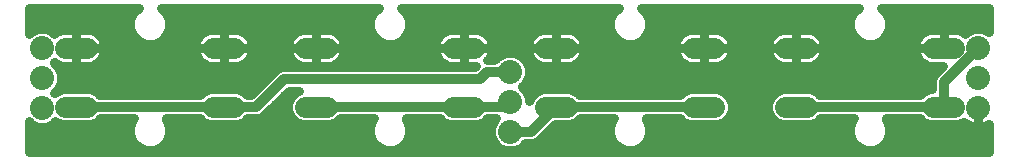
<source format=gtl>
G75*
%MOIN*%
%OFA0B0*%
%FSLAX25Y25*%
%IPPOS*%
%LPD*%
%AMOC8*
5,1,8,0,0,1.08239X$1,22.5*
%
%ADD10C,0.07050*%
%ADD11C,0.08000*%
%ADD12C,0.03200*%
%ADD13C,0.03000*%
D10*
X0017741Y0020474D02*
X0024791Y0020474D01*
X0066941Y0020474D02*
X0073991Y0020474D01*
X0097739Y0020474D02*
X0104789Y0020474D01*
X0146939Y0020474D02*
X0153989Y0020474D01*
X0177736Y0020474D02*
X0184786Y0020474D01*
X0226936Y0020474D02*
X0233986Y0020474D01*
X0257741Y0020474D02*
X0264791Y0020474D01*
X0306941Y0020474D02*
X0313991Y0020474D01*
X0313991Y0040074D02*
X0306941Y0040074D01*
X0264791Y0040074D02*
X0257741Y0040074D01*
X0233986Y0040074D02*
X0226936Y0040074D01*
X0184786Y0040074D02*
X0177736Y0040074D01*
X0153989Y0040074D02*
X0146939Y0040074D01*
X0104789Y0040074D02*
X0097739Y0040074D01*
X0073991Y0040074D02*
X0066941Y0040074D01*
X0024791Y0040074D02*
X0017741Y0040074D01*
D11*
X0009888Y0040112D03*
X0009888Y0030112D03*
X0009888Y0020112D03*
X0165888Y0022202D03*
X0165888Y0012202D03*
X0165888Y0032202D03*
X0321889Y0030083D03*
X0321889Y0020083D03*
X0321889Y0040083D03*
D12*
X0321844Y0040083D01*
X0310472Y0028711D01*
X0310472Y0020481D01*
X0310466Y0020474D01*
X0261266Y0020474D01*
X0230461Y0020474D02*
X0181261Y0020474D01*
X0172989Y0012202D01*
X0165888Y0012202D01*
X0164160Y0020474D02*
X0150464Y0020474D01*
X0101264Y0020474D01*
X0090478Y0029787D02*
X0081166Y0020474D01*
X0070466Y0020474D01*
X0021266Y0020474D01*
X0090478Y0029787D02*
X0155829Y0029787D01*
X0158108Y0032065D01*
X0165751Y0032065D01*
X0165888Y0032202D01*
X0165888Y0022202D02*
X0164160Y0020474D01*
D13*
X0005500Y0015590D02*
X0005500Y0005500D01*
X0325500Y0005500D01*
X0325500Y0014663D01*
X0324770Y0014241D01*
X0323982Y0013915D01*
X0323159Y0013694D01*
X0322315Y0013583D01*
X0321889Y0013583D01*
X0321889Y0020083D01*
X0321889Y0020083D01*
X0321889Y0013583D01*
X0321463Y0013583D01*
X0320618Y0013694D01*
X0319795Y0013915D01*
X0319008Y0014241D01*
X0318270Y0014667D01*
X0317594Y0015186D01*
X0317257Y0015522D01*
X0315149Y0014649D01*
X0305782Y0014649D01*
X0303641Y0015536D01*
X0302603Y0016574D01*
X0291119Y0016574D01*
X0291413Y0016281D01*
X0292409Y0013876D01*
X0292409Y0011273D01*
X0291413Y0008868D01*
X0289572Y0007027D01*
X0287167Y0006031D01*
X0284564Y0006031D01*
X0282159Y0007027D01*
X0280319Y0008868D01*
X0279322Y0011273D01*
X0279322Y0013876D01*
X0280319Y0016281D01*
X0280612Y0016574D01*
X0269129Y0016574D01*
X0268090Y0015536D01*
X0265949Y0014649D01*
X0256582Y0014649D01*
X0254441Y0015536D01*
X0252803Y0017175D01*
X0251916Y0019316D01*
X0251916Y0021633D01*
X0252803Y0023774D01*
X0254441Y0025413D01*
X0256582Y0026299D01*
X0265949Y0026299D01*
X0268090Y0025413D01*
X0269129Y0024374D01*
X0302603Y0024374D01*
X0303641Y0025413D01*
X0305782Y0026299D01*
X0306572Y0026299D01*
X0306572Y0029486D01*
X0307166Y0030920D01*
X0308263Y0032017D01*
X0310295Y0034049D01*
X0306467Y0034049D01*
X0305530Y0034198D01*
X0304628Y0034491D01*
X0303783Y0034921D01*
X0303016Y0035479D01*
X0302345Y0036149D01*
X0301788Y0036917D01*
X0301357Y0037762D01*
X0301064Y0038664D01*
X0300916Y0039600D01*
X0300916Y0040074D01*
X0310466Y0040074D01*
X0310466Y0040074D01*
X0310466Y0040075D02*
X0310466Y0040075D01*
X0310466Y0046099D01*
X0314465Y0046099D01*
X0315402Y0045951D01*
X0316304Y0045658D01*
X0317149Y0045227D01*
X0317713Y0044817D01*
X0318320Y0045424D01*
X0320635Y0046383D01*
X0323142Y0046383D01*
X0325457Y0045424D01*
X0325500Y0045381D01*
X0325500Y0053500D01*
X0289603Y0053500D01*
X0291419Y0051685D01*
X0292416Y0049277D01*
X0292416Y0046672D01*
X0291419Y0044264D01*
X0289576Y0042422D01*
X0287169Y0041424D01*
X0284563Y0041424D01*
X0282155Y0042422D01*
X0280313Y0044264D01*
X0279316Y0046672D01*
X0279316Y0049277D01*
X0280313Y0051685D01*
X0282128Y0053500D01*
X0209599Y0053500D01*
X0211414Y0051685D01*
X0212411Y0049277D01*
X0212411Y0046672D01*
X0211414Y0044264D01*
X0209571Y0042422D01*
X0207164Y0041424D01*
X0204558Y0041424D01*
X0202151Y0042422D01*
X0200308Y0044264D01*
X0199311Y0046672D01*
X0199311Y0049277D01*
X0200308Y0051685D01*
X0202124Y0053500D01*
X0129601Y0053500D01*
X0131417Y0051685D01*
X0132414Y0049277D01*
X0132414Y0046672D01*
X0131417Y0044264D01*
X0129574Y0042422D01*
X0127167Y0041424D01*
X0124561Y0041424D01*
X0122153Y0042422D01*
X0120311Y0044264D01*
X0119314Y0046672D01*
X0119314Y0049277D01*
X0120311Y0051685D01*
X0122126Y0053500D01*
X0049603Y0053500D01*
X0051419Y0051685D01*
X0052416Y0049277D01*
X0052416Y0046672D01*
X0051419Y0044264D01*
X0049576Y0042422D01*
X0047169Y0041424D01*
X0044563Y0041424D01*
X0042155Y0042422D01*
X0040313Y0044264D01*
X0039316Y0046672D01*
X0039316Y0049277D01*
X0040313Y0051685D01*
X0042128Y0053500D01*
X0005500Y0053500D01*
X0005500Y0044634D01*
X0006319Y0045453D01*
X0008635Y0046412D01*
X0011141Y0046412D01*
X0013456Y0045453D01*
X0014061Y0044848D01*
X0014583Y0045227D01*
X0015428Y0045658D01*
X0016330Y0045951D01*
X0017267Y0046099D01*
X0021266Y0046099D01*
X0021266Y0040075D01*
X0021266Y0040075D01*
X0021266Y0040074D02*
X0030816Y0040074D01*
X0021266Y0040074D01*
X0021266Y0034049D01*
X0025265Y0034049D01*
X0026202Y0034198D01*
X0027104Y0034491D01*
X0027949Y0034921D01*
X0028716Y0035479D01*
X0029386Y0036149D01*
X0029944Y0036917D01*
X0030374Y0037762D01*
X0030667Y0038664D01*
X0030816Y0039600D01*
X0030816Y0040074D01*
X0030816Y0040549D01*
X0030667Y0041485D01*
X0030374Y0042387D01*
X0029944Y0043232D01*
X0029386Y0043999D01*
X0028716Y0044670D01*
X0027949Y0045227D01*
X0027104Y0045658D01*
X0026202Y0045951D01*
X0025265Y0046099D01*
X0021266Y0046099D01*
X0021266Y0040075D01*
X0021266Y0040074D02*
X0021266Y0040074D01*
X0021266Y0040074D01*
X0021266Y0034049D01*
X0017267Y0034049D01*
X0016330Y0034198D01*
X0015428Y0034491D01*
X0014583Y0034921D01*
X0014017Y0035332D01*
X0013797Y0035112D01*
X0015229Y0033681D01*
X0016188Y0031365D01*
X0016188Y0028859D01*
X0015229Y0026544D01*
X0013797Y0025112D01*
X0013969Y0024940D01*
X0014441Y0025413D01*
X0016582Y0026299D01*
X0025949Y0026299D01*
X0028090Y0025413D01*
X0029129Y0024374D01*
X0062603Y0024374D01*
X0063641Y0025413D01*
X0065782Y0026299D01*
X0075149Y0026299D01*
X0077290Y0025413D01*
X0078329Y0024374D01*
X0079550Y0024374D01*
X0087172Y0031996D01*
X0088269Y0033093D01*
X0089702Y0033687D01*
X0154214Y0033687D01*
X0154598Y0034071D01*
X0154463Y0034049D01*
X0150464Y0034049D01*
X0150464Y0040074D01*
X0150464Y0040074D01*
X0150464Y0040074D01*
X0160014Y0040074D01*
X0160014Y0039600D01*
X0159865Y0038664D01*
X0159572Y0037762D01*
X0159142Y0036917D01*
X0158584Y0036149D01*
X0158400Y0035965D01*
X0160742Y0035965D01*
X0162320Y0037543D01*
X0164635Y0038502D01*
X0167141Y0038502D01*
X0169457Y0037543D01*
X0171229Y0035771D01*
X0172188Y0033455D01*
X0172188Y0030949D01*
X0171229Y0028633D01*
X0169798Y0027202D01*
X0171229Y0025771D01*
X0172188Y0023455D01*
X0172188Y0022302D01*
X0172798Y0023774D01*
X0174436Y0025413D01*
X0176577Y0026299D01*
X0185945Y0026299D01*
X0188086Y0025413D01*
X0189124Y0024374D01*
X0222598Y0024374D01*
X0223636Y0025413D01*
X0225777Y0026299D01*
X0235145Y0026299D01*
X0237286Y0025413D01*
X0238924Y0023774D01*
X0239811Y0021633D01*
X0239811Y0019316D01*
X0238924Y0017175D01*
X0237286Y0015536D01*
X0235145Y0014649D01*
X0225777Y0014649D01*
X0223636Y0015536D01*
X0222598Y0016574D01*
X0211115Y0016574D01*
X0211408Y0016281D01*
X0212404Y0013876D01*
X0212404Y0011273D01*
X0211408Y0008868D01*
X0209568Y0007027D01*
X0207163Y0006031D01*
X0204559Y0006031D01*
X0202155Y0007027D01*
X0200314Y0008868D01*
X0199318Y0011273D01*
X0199318Y0013876D01*
X0200314Y0016281D01*
X0200607Y0016574D01*
X0189124Y0016574D01*
X0188086Y0015536D01*
X0185945Y0014649D01*
X0180951Y0014649D01*
X0175198Y0008896D01*
X0173764Y0008302D01*
X0170898Y0008302D01*
X0169457Y0006861D01*
X0167141Y0005902D01*
X0164635Y0005902D01*
X0162320Y0006861D01*
X0160547Y0008633D01*
X0159588Y0010949D01*
X0159588Y0013455D01*
X0160547Y0015771D01*
X0161351Y0016574D01*
X0158327Y0016574D01*
X0157288Y0015536D01*
X0155147Y0014649D01*
X0145780Y0014649D01*
X0143639Y0015536D01*
X0142601Y0016574D01*
X0131117Y0016574D01*
X0131411Y0016281D01*
X0132407Y0013876D01*
X0132407Y0011273D01*
X0131411Y0008868D01*
X0129570Y0007027D01*
X0127165Y0006031D01*
X0124562Y0006031D01*
X0122157Y0007027D01*
X0120317Y0008868D01*
X0119320Y0011273D01*
X0119320Y0013876D01*
X0120317Y0016281D01*
X0120610Y0016574D01*
X0109127Y0016574D01*
X0108088Y0015536D01*
X0105947Y0014649D01*
X0096580Y0014649D01*
X0094439Y0015536D01*
X0092801Y0017175D01*
X0091914Y0019316D01*
X0091914Y0021633D01*
X0092801Y0023774D01*
X0094439Y0025413D01*
X0095584Y0025887D01*
X0092093Y0025887D01*
X0083375Y0017168D01*
X0081941Y0016574D01*
X0078329Y0016574D01*
X0077290Y0015536D01*
X0075149Y0014649D01*
X0065782Y0014649D01*
X0063641Y0015536D01*
X0062603Y0016574D01*
X0051119Y0016574D01*
X0051413Y0016281D01*
X0052409Y0013876D01*
X0052409Y0011273D01*
X0051413Y0008868D01*
X0049572Y0007027D01*
X0047167Y0006031D01*
X0044564Y0006031D01*
X0042159Y0007027D01*
X0040319Y0008868D01*
X0039322Y0011273D01*
X0039322Y0013876D01*
X0040319Y0016281D01*
X0040612Y0016574D01*
X0029129Y0016574D01*
X0028090Y0015536D01*
X0025949Y0014649D01*
X0016582Y0014649D01*
X0014441Y0015536D01*
X0014331Y0015646D01*
X0013456Y0014771D01*
X0011141Y0013812D01*
X0008635Y0013812D01*
X0006319Y0014771D01*
X0005500Y0015590D01*
X0005500Y0015494D02*
X0005596Y0015494D01*
X0014179Y0015494D02*
X0014543Y0015494D01*
X0027989Y0015494D02*
X0039993Y0015494D01*
X0051739Y0015494D02*
X0063743Y0015494D01*
X0077189Y0015494D02*
X0094541Y0015494D01*
X0107987Y0015494D02*
X0119991Y0015494D01*
X0131737Y0015494D02*
X0143741Y0015494D01*
X0157187Y0015494D02*
X0160433Y0015494D01*
X0159588Y0012496D02*
X0132407Y0012496D01*
X0119320Y0012496D02*
X0052409Y0012496D01*
X0039322Y0012496D02*
X0005500Y0012496D01*
X0005500Y0009497D02*
X0040058Y0009497D01*
X0051673Y0009497D02*
X0120056Y0009497D01*
X0131671Y0009497D02*
X0160190Y0009497D01*
X0163195Y0006499D02*
X0128294Y0006499D01*
X0123434Y0006499D02*
X0048296Y0006499D01*
X0043436Y0006499D02*
X0005500Y0006499D01*
X0084699Y0018493D02*
X0092255Y0018493D01*
X0091914Y0021491D02*
X0087698Y0021491D01*
X0090696Y0024490D02*
X0093516Y0024490D01*
X0079665Y0024490D02*
X0078213Y0024490D01*
X0082664Y0027488D02*
X0015620Y0027488D01*
X0016188Y0030487D02*
X0085663Y0030487D01*
X0089216Y0033485D02*
X0015310Y0033485D01*
X0021266Y0036484D02*
X0021266Y0036484D01*
X0029629Y0036484D02*
X0062102Y0036484D01*
X0062345Y0036149D02*
X0063016Y0035479D01*
X0063783Y0034921D01*
X0064628Y0034491D01*
X0065530Y0034198D01*
X0066467Y0034049D01*
X0070466Y0034049D01*
X0074465Y0034049D01*
X0075402Y0034198D01*
X0076304Y0034491D01*
X0077149Y0034921D01*
X0077916Y0035479D01*
X0078586Y0036149D01*
X0079144Y0036917D01*
X0079574Y0037762D01*
X0079867Y0038664D01*
X0080016Y0039600D01*
X0080016Y0040074D01*
X0070466Y0040074D01*
X0070466Y0034049D01*
X0070466Y0040074D01*
X0070466Y0040074D01*
X0070466Y0040074D01*
X0080016Y0040074D01*
X0080016Y0040549D01*
X0079867Y0041485D01*
X0079574Y0042387D01*
X0079144Y0043232D01*
X0078586Y0043999D01*
X0077916Y0044670D01*
X0077149Y0045227D01*
X0076304Y0045658D01*
X0075402Y0045951D01*
X0074465Y0046099D01*
X0070466Y0046099D01*
X0070466Y0040075D01*
X0070466Y0040075D01*
X0070466Y0046099D01*
X0066467Y0046099D01*
X0065530Y0045951D01*
X0064628Y0045658D01*
X0063783Y0045227D01*
X0063016Y0044670D01*
X0062345Y0043999D01*
X0061788Y0043232D01*
X0061357Y0042387D01*
X0061064Y0041485D01*
X0060916Y0040549D01*
X0060916Y0040074D01*
X0060916Y0039600D01*
X0061064Y0038664D01*
X0061357Y0037762D01*
X0061788Y0036917D01*
X0062345Y0036149D01*
X0070466Y0036484D02*
X0070466Y0036484D01*
X0078829Y0036484D02*
X0092900Y0036484D01*
X0093143Y0036149D02*
X0093814Y0035479D01*
X0094581Y0034921D01*
X0095426Y0034491D01*
X0096328Y0034198D01*
X0097265Y0034049D01*
X0101264Y0034049D01*
X0105263Y0034049D01*
X0106200Y0034198D01*
X0107102Y0034491D01*
X0107947Y0034921D01*
X0108714Y0035479D01*
X0109384Y0036149D01*
X0109942Y0036917D01*
X0110372Y0037762D01*
X0110665Y0038664D01*
X0110814Y0039600D01*
X0110814Y0040074D01*
X0101264Y0040074D01*
X0101264Y0034049D01*
X0101264Y0040074D01*
X0101264Y0040074D01*
X0101264Y0040074D01*
X0110814Y0040074D01*
X0110814Y0040549D01*
X0110665Y0041485D01*
X0110372Y0042387D01*
X0109942Y0043232D01*
X0109384Y0043999D01*
X0108714Y0044670D01*
X0107947Y0045227D01*
X0107102Y0045658D01*
X0106200Y0045951D01*
X0105263Y0046099D01*
X0101264Y0046099D01*
X0101264Y0040075D01*
X0101264Y0040075D01*
X0101264Y0046099D01*
X0097265Y0046099D01*
X0096328Y0045951D01*
X0095426Y0045658D01*
X0094581Y0045227D01*
X0093814Y0044670D01*
X0093143Y0043999D01*
X0092586Y0043232D01*
X0092155Y0042387D01*
X0091862Y0041485D01*
X0091714Y0040549D01*
X0091714Y0040074D01*
X0091714Y0039600D01*
X0091862Y0038664D01*
X0092155Y0037762D01*
X0092586Y0036917D01*
X0093143Y0036149D01*
X0101264Y0036484D02*
X0101264Y0036484D01*
X0109627Y0036484D02*
X0142100Y0036484D01*
X0142343Y0036149D02*
X0141786Y0036917D01*
X0141355Y0037762D01*
X0141062Y0038664D01*
X0140914Y0039600D01*
X0140914Y0040074D01*
X0150464Y0040074D01*
X0150464Y0034049D01*
X0146465Y0034049D01*
X0145528Y0034198D01*
X0144626Y0034491D01*
X0143781Y0034921D01*
X0143014Y0035479D01*
X0142343Y0036149D01*
X0150464Y0036484D02*
X0150464Y0036484D01*
X0158827Y0036484D02*
X0161260Y0036484D01*
X0170516Y0036484D02*
X0172898Y0036484D01*
X0173140Y0036149D02*
X0173811Y0035479D01*
X0174578Y0034921D01*
X0175423Y0034491D01*
X0176325Y0034198D01*
X0177262Y0034049D01*
X0181261Y0034049D01*
X0185260Y0034049D01*
X0186197Y0034198D01*
X0187099Y0034491D01*
X0187944Y0034921D01*
X0188711Y0035479D01*
X0189382Y0036149D01*
X0189939Y0036917D01*
X0190370Y0037762D01*
X0190663Y0038664D01*
X0190811Y0039600D01*
X0190811Y0040074D01*
X0181261Y0040074D01*
X0181261Y0034049D01*
X0181261Y0040074D01*
X0181261Y0040074D01*
X0171711Y0040074D01*
X0171711Y0039600D01*
X0171859Y0038664D01*
X0172152Y0037762D01*
X0172583Y0036917D01*
X0173140Y0036149D01*
X0181261Y0036484D02*
X0181261Y0036484D01*
X0189624Y0036484D02*
X0222098Y0036484D01*
X0222340Y0036149D02*
X0223011Y0035479D01*
X0223778Y0034921D01*
X0224623Y0034491D01*
X0225525Y0034198D01*
X0226462Y0034049D01*
X0230461Y0034049D01*
X0234460Y0034049D01*
X0235397Y0034198D01*
X0236299Y0034491D01*
X0237144Y0034921D01*
X0237911Y0035479D01*
X0238582Y0036149D01*
X0239139Y0036917D01*
X0239570Y0037762D01*
X0239863Y0038664D01*
X0240011Y0039600D01*
X0240011Y0040074D01*
X0230461Y0040074D01*
X0230461Y0034049D01*
X0230461Y0040074D01*
X0230461Y0040074D01*
X0220911Y0040074D01*
X0220911Y0039600D01*
X0221059Y0038664D01*
X0221352Y0037762D01*
X0221783Y0036917D01*
X0222340Y0036149D01*
X0230461Y0036484D02*
X0230461Y0036484D01*
X0238824Y0036484D02*
X0252902Y0036484D01*
X0253145Y0036149D02*
X0253816Y0035479D01*
X0254583Y0034921D01*
X0255428Y0034491D01*
X0256330Y0034198D01*
X0257267Y0034049D01*
X0261266Y0034049D01*
X0265265Y0034049D01*
X0266202Y0034198D01*
X0267104Y0034491D01*
X0267949Y0034921D01*
X0268716Y0035479D01*
X0269386Y0036149D01*
X0269944Y0036917D01*
X0270374Y0037762D01*
X0270667Y0038664D01*
X0270816Y0039600D01*
X0270816Y0040074D01*
X0261266Y0040074D01*
X0261266Y0034049D01*
X0261266Y0040074D01*
X0261266Y0040074D01*
X0261266Y0040074D01*
X0270816Y0040074D01*
X0270816Y0040549D01*
X0270667Y0041485D01*
X0270374Y0042387D01*
X0269944Y0043232D01*
X0269386Y0043999D01*
X0268716Y0044670D01*
X0267949Y0045227D01*
X0267104Y0045658D01*
X0266202Y0045951D01*
X0265265Y0046099D01*
X0261266Y0046099D01*
X0261266Y0040075D01*
X0261266Y0040075D01*
X0261266Y0046099D01*
X0257267Y0046099D01*
X0256330Y0045951D01*
X0255428Y0045658D01*
X0254583Y0045227D01*
X0253816Y0044670D01*
X0253145Y0043999D01*
X0252588Y0043232D01*
X0252157Y0042387D01*
X0251864Y0041485D01*
X0251716Y0040549D01*
X0251716Y0040074D01*
X0251716Y0039600D01*
X0251864Y0038664D01*
X0252157Y0037762D01*
X0252588Y0036917D01*
X0253145Y0036149D01*
X0261266Y0036484D02*
X0261266Y0036484D01*
X0269629Y0036484D02*
X0302102Y0036484D01*
X0300934Y0039482D02*
X0270797Y0039482D01*
X0261266Y0039482D02*
X0261266Y0039482D01*
X0261266Y0040074D02*
X0251716Y0040074D01*
X0261266Y0040074D01*
X0261266Y0040074D01*
X0251734Y0039482D02*
X0239992Y0039482D01*
X0240011Y0040074D02*
X0240011Y0040549D01*
X0239863Y0041485D01*
X0239570Y0042387D01*
X0239139Y0043232D01*
X0238582Y0043999D01*
X0237911Y0044670D01*
X0237144Y0045227D01*
X0236299Y0045658D01*
X0235397Y0045951D01*
X0234460Y0046099D01*
X0230461Y0046099D01*
X0226462Y0046099D01*
X0225525Y0045951D01*
X0224623Y0045658D01*
X0223778Y0045227D01*
X0223011Y0044670D01*
X0222340Y0043999D01*
X0221783Y0043232D01*
X0221352Y0042387D01*
X0221059Y0041485D01*
X0220911Y0040549D01*
X0220911Y0040074D01*
X0230461Y0040074D01*
X0230461Y0040074D01*
X0230461Y0040074D01*
X0240011Y0040074D01*
X0230461Y0040075D02*
X0230461Y0040075D01*
X0230461Y0046099D01*
X0230461Y0040075D01*
X0230461Y0039482D02*
X0230461Y0039482D01*
X0220930Y0039482D02*
X0190792Y0039482D01*
X0190811Y0040074D02*
X0190811Y0040549D01*
X0190663Y0041485D01*
X0190370Y0042387D01*
X0189939Y0043232D01*
X0189382Y0043999D01*
X0188711Y0044670D01*
X0187944Y0045227D01*
X0187099Y0045658D01*
X0186197Y0045951D01*
X0185260Y0046099D01*
X0181261Y0046099D01*
X0177262Y0046099D01*
X0176325Y0045951D01*
X0175423Y0045658D01*
X0174578Y0045227D01*
X0173811Y0044670D01*
X0173140Y0043999D01*
X0172583Y0043232D01*
X0172152Y0042387D01*
X0171859Y0041485D01*
X0171711Y0040549D01*
X0171711Y0040074D01*
X0181261Y0040074D01*
X0181261Y0040074D01*
X0181261Y0040074D01*
X0190811Y0040074D01*
X0181261Y0040075D02*
X0181261Y0040075D01*
X0181261Y0046099D01*
X0181261Y0040075D01*
X0181261Y0039482D02*
X0181261Y0039482D01*
X0171730Y0039482D02*
X0159995Y0039482D01*
X0160014Y0040074D02*
X0160014Y0040549D01*
X0159865Y0041485D01*
X0159572Y0042387D01*
X0159142Y0043232D01*
X0158584Y0043999D01*
X0157914Y0044670D01*
X0157147Y0045227D01*
X0156302Y0045658D01*
X0155400Y0045951D01*
X0154463Y0046099D01*
X0150464Y0046099D01*
X0150464Y0040075D01*
X0150464Y0040075D01*
X0150464Y0046099D01*
X0146465Y0046099D01*
X0145528Y0045951D01*
X0144626Y0045658D01*
X0143781Y0045227D01*
X0143014Y0044670D01*
X0142343Y0043999D01*
X0141786Y0043232D01*
X0141355Y0042387D01*
X0141062Y0041485D01*
X0140914Y0040549D01*
X0140914Y0040074D01*
X0150464Y0040074D01*
X0160014Y0040074D01*
X0150464Y0040074D02*
X0150464Y0040074D01*
X0150464Y0039482D02*
X0150464Y0039482D01*
X0140932Y0039482D02*
X0110795Y0039482D01*
X0101264Y0039482D02*
X0101264Y0039482D01*
X0101264Y0040074D02*
X0091714Y0040074D01*
X0101264Y0040074D01*
X0101264Y0040074D01*
X0091732Y0039482D02*
X0079997Y0039482D01*
X0070466Y0039482D02*
X0070466Y0039482D01*
X0070466Y0040074D02*
X0060916Y0040074D01*
X0070466Y0040074D01*
X0070466Y0040074D01*
X0060934Y0039482D02*
X0030797Y0039482D01*
X0021266Y0039482D02*
X0021266Y0039482D01*
X0021266Y0042481D02*
X0021266Y0042481D01*
X0030327Y0042481D02*
X0042096Y0042481D01*
X0049635Y0042481D02*
X0061405Y0042481D01*
X0070466Y0042481D02*
X0070466Y0042481D01*
X0079527Y0042481D02*
X0092203Y0042481D01*
X0101264Y0042481D02*
X0101264Y0042481D01*
X0110325Y0042481D02*
X0122094Y0042481D01*
X0129633Y0042481D02*
X0141403Y0042481D01*
X0150464Y0042481D02*
X0150464Y0042481D01*
X0159525Y0042481D02*
X0172200Y0042481D01*
X0181261Y0042481D02*
X0181261Y0042481D01*
X0190322Y0042481D02*
X0202092Y0042481D01*
X0209630Y0042481D02*
X0221400Y0042481D01*
X0230461Y0042481D02*
X0230461Y0042481D01*
X0239522Y0042481D02*
X0252205Y0042481D01*
X0261266Y0042481D02*
X0261266Y0042481D01*
X0270327Y0042481D02*
X0282096Y0042481D01*
X0289635Y0042481D02*
X0301405Y0042481D01*
X0301357Y0042387D02*
X0301064Y0041485D01*
X0300916Y0040549D01*
X0300916Y0040074D01*
X0310466Y0040074D01*
X0310466Y0040075D02*
X0310466Y0046099D01*
X0306467Y0046099D01*
X0305530Y0045951D01*
X0304628Y0045658D01*
X0303783Y0045227D01*
X0303016Y0044670D01*
X0302345Y0043999D01*
X0301788Y0043232D01*
X0301357Y0042387D01*
X0310466Y0042481D02*
X0310466Y0042481D01*
X0310466Y0045479D02*
X0310466Y0045479D01*
X0316655Y0045479D02*
X0318453Y0045479D01*
X0325324Y0045479D02*
X0325500Y0045479D01*
X0325500Y0048478D02*
X0292416Y0048478D01*
X0279316Y0048478D02*
X0212411Y0048478D01*
X0199311Y0048478D02*
X0132414Y0048478D01*
X0119314Y0048478D02*
X0052416Y0048478D01*
X0039316Y0048478D02*
X0005500Y0048478D01*
X0005500Y0051476D02*
X0040227Y0051476D01*
X0051505Y0051476D02*
X0120225Y0051476D01*
X0131503Y0051476D02*
X0200222Y0051476D01*
X0211500Y0051476D02*
X0280227Y0051476D01*
X0291505Y0051476D02*
X0325500Y0051476D01*
X0304277Y0045479D02*
X0291922Y0045479D01*
X0279810Y0045479D02*
X0267455Y0045479D01*
X0261266Y0045479D02*
X0261266Y0045479D01*
X0255077Y0045479D02*
X0236650Y0045479D01*
X0230461Y0045479D02*
X0230461Y0045479D01*
X0224272Y0045479D02*
X0211917Y0045479D01*
X0199805Y0045479D02*
X0187450Y0045479D01*
X0181261Y0045479D02*
X0181261Y0045479D01*
X0175072Y0045479D02*
X0156653Y0045479D01*
X0150464Y0045479D02*
X0150464Y0045479D01*
X0144275Y0045479D02*
X0131920Y0045479D01*
X0119808Y0045479D02*
X0107453Y0045479D01*
X0101264Y0045479D02*
X0101264Y0045479D01*
X0095075Y0045479D02*
X0076655Y0045479D01*
X0070466Y0045479D02*
X0070466Y0045479D01*
X0064277Y0045479D02*
X0051922Y0045479D01*
X0039810Y0045479D02*
X0027455Y0045479D01*
X0021266Y0045479D02*
X0021266Y0045479D01*
X0015077Y0045479D02*
X0013393Y0045479D01*
X0006382Y0045479D02*
X0005500Y0045479D01*
X0029013Y0024490D02*
X0062718Y0024490D01*
X0168581Y0006499D02*
X0203431Y0006499D01*
X0208291Y0006499D02*
X0283436Y0006499D01*
X0288296Y0006499D02*
X0325500Y0006499D01*
X0325500Y0009497D02*
X0291673Y0009497D01*
X0280058Y0009497D02*
X0211669Y0009497D01*
X0200053Y0009497D02*
X0175799Y0009497D01*
X0178798Y0012496D02*
X0199318Y0012496D01*
X0212404Y0012496D02*
X0279322Y0012496D01*
X0292409Y0012496D02*
X0325500Y0012496D01*
X0321889Y0015494D02*
X0321889Y0015494D01*
X0317285Y0015494D02*
X0317189Y0015494D01*
X0303743Y0015494D02*
X0291739Y0015494D01*
X0279993Y0015494D02*
X0267989Y0015494D01*
X0254543Y0015494D02*
X0237184Y0015494D01*
X0223738Y0015494D02*
X0211734Y0015494D01*
X0199988Y0015494D02*
X0187984Y0015494D01*
X0189009Y0024490D02*
X0222713Y0024490D01*
X0238209Y0024490D02*
X0253518Y0024490D01*
X0251916Y0021491D02*
X0239811Y0021491D01*
X0239470Y0018493D02*
X0252257Y0018493D01*
X0269013Y0024490D02*
X0302718Y0024490D01*
X0306572Y0027488D02*
X0170084Y0027488D01*
X0171760Y0024490D02*
X0173513Y0024490D01*
X0171997Y0030487D02*
X0306986Y0030487D01*
X0309731Y0033485D02*
X0172176Y0033485D01*
X0321889Y0018493D02*
X0321889Y0018493D01*
M02*

</source>
